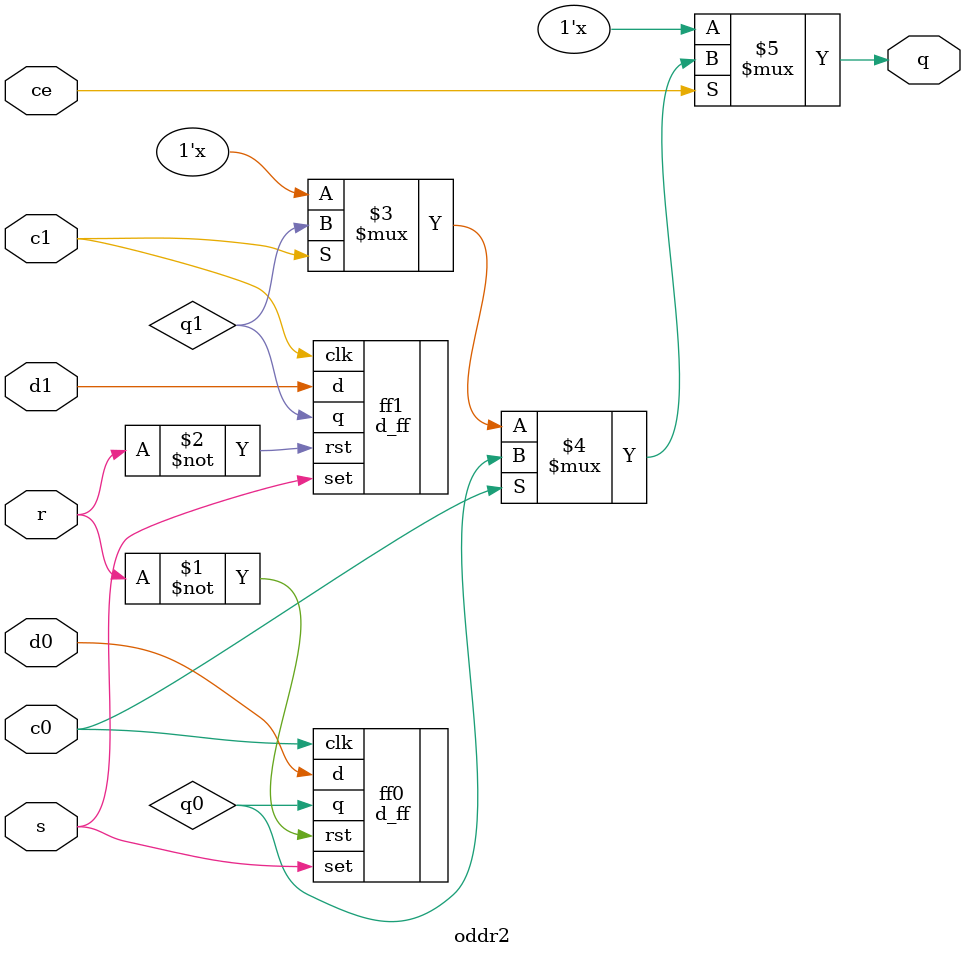
<source format=sv>
module oddr2 
(
	// Input
	input logic d0, d1,
	input logic c0, c1,
	input logic ce,
	input logic r, s,
	// Output
	output logic q
);

logic q0, q1;

d_ff ff0
(
	.clk		(c0),
	.rst		(~r),
	.set		(s),
	.d			(d0),
	.q			(q0)
);

d_ff ff1
(
	.clk		(c1),
	.rst		(~r),
	.set		(s),
	.d			(d1),
	.q			(q1)
);

assign q = (ce ? (c0 ? q0 : (c1 ? q1 : 1'bz)) : 1'bz);

endmodule: oddr2
</source>
